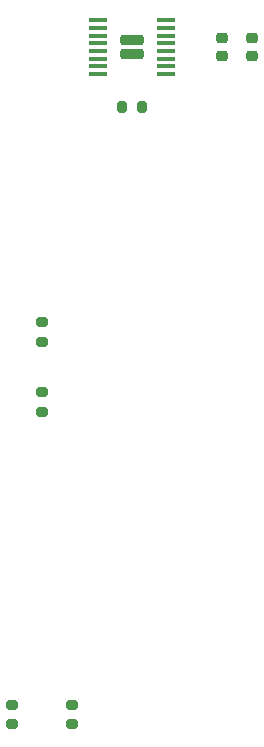
<source format=gbr>
%TF.GenerationSoftware,KiCad,Pcbnew,(6.0.7)*%
%TF.CreationDate,2023-08-01T01:27:09+09:00*%
%TF.ProjectId,graduate-project,67726164-7561-4746-952d-70726f6a6563,rev?*%
%TF.SameCoordinates,Original*%
%TF.FileFunction,Paste,Top*%
%TF.FilePolarity,Positive*%
%FSLAX46Y46*%
G04 Gerber Fmt 4.6, Leading zero omitted, Abs format (unit mm)*
G04 Created by KiCad (PCBNEW (6.0.7)) date 2023-08-01 01:27:09*
%MOMM*%
%LPD*%
G01*
G04 APERTURE LIST*
G04 Aperture macros list*
%AMRoundRect*
0 Rectangle with rounded corners*
0 $1 Rounding radius*
0 $2 $3 $4 $5 $6 $7 $8 $9 X,Y pos of 4 corners*
0 Add a 4 corners polygon primitive as box body*
4,1,4,$2,$3,$4,$5,$6,$7,$8,$9,$2,$3,0*
0 Add four circle primitives for the rounded corners*
1,1,$1+$1,$2,$3*
1,1,$1+$1,$4,$5*
1,1,$1+$1,$6,$7*
1,1,$1+$1,$8,$9*
0 Add four rect primitives between the rounded corners*
20,1,$1+$1,$2,$3,$4,$5,0*
20,1,$1+$1,$4,$5,$6,$7,0*
20,1,$1+$1,$6,$7,$8,$9,0*
20,1,$1+$1,$8,$9,$2,$3,0*%
G04 Aperture macros list end*
%ADD10RoundRect,0.200000X0.200000X0.275000X-0.200000X0.275000X-0.200000X-0.275000X0.200000X-0.275000X0*%
%ADD11RoundRect,0.225000X0.250000X-0.225000X0.250000X0.225000X-0.250000X0.225000X-0.250000X-0.225000X0*%
%ADD12RoundRect,0.200000X0.275000X-0.200000X0.275000X0.200000X-0.275000X0.200000X-0.275000X-0.200000X0*%
%ADD13RoundRect,0.232500X-0.757500X-0.232500X0.757500X-0.232500X0.757500X0.232500X-0.757500X0.232500X0*%
%ADD14RoundRect,0.100000X-0.687500X-0.100000X0.687500X-0.100000X0.687500X0.100000X-0.687500X0.100000X0*%
G04 APERTURE END LIST*
D10*
%TO.C,R3*%
X71945000Y-54610000D03*
X70295000Y-54610000D03*
%TD*%
D11*
%TO.C,C2*%
X81280000Y-50305000D03*
X81280000Y-48755000D03*
%TD*%
D12*
%TO.C,R2*%
X63500000Y-80390000D03*
X63500000Y-78740000D03*
%TD*%
%TO.C,R1*%
X63500000Y-74485000D03*
X63500000Y-72835000D03*
%TD*%
%TO.C,R4*%
X66040000Y-106870000D03*
X66040000Y-105220000D03*
%TD*%
D11*
%TO.C,C1*%
X78740000Y-50305000D03*
X78740000Y-48755000D03*
%TD*%
D12*
%TO.C,R5*%
X60960000Y-106870000D03*
X60960000Y-105220000D03*
%TD*%
D13*
%TO.C,U2*%
X71120000Y-50110000D03*
X71120000Y-48950000D03*
D14*
X68257500Y-47255000D03*
X68257500Y-47905000D03*
X68257500Y-48555000D03*
X68257500Y-49205000D03*
X68257500Y-49855000D03*
X68257500Y-50505000D03*
X68257500Y-51155000D03*
X68257500Y-51805000D03*
X73982500Y-51805000D03*
X73982500Y-51155000D03*
X73982500Y-50505000D03*
X73982500Y-49855000D03*
X73982500Y-49205000D03*
X73982500Y-48555000D03*
X73982500Y-47905000D03*
X73982500Y-47255000D03*
%TD*%
M02*

</source>
